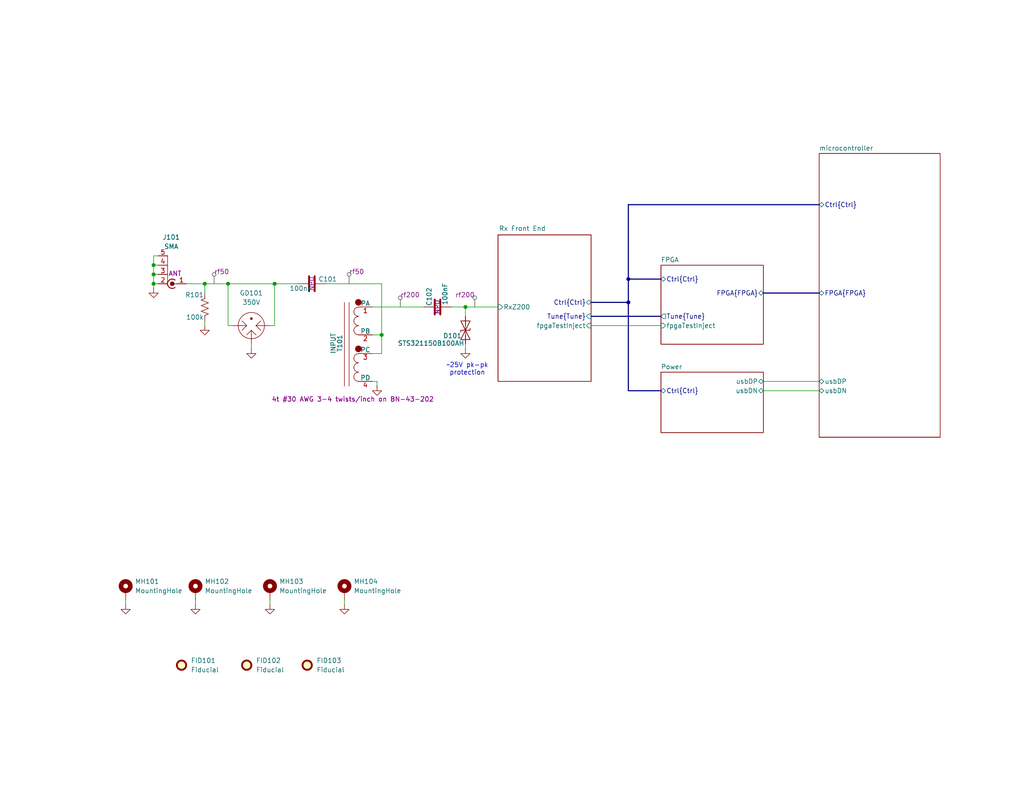
<source format=kicad_sch>
(kicad_sch (version 20250114) (generator "eeschema") (generator_version "9.0")
  (paper "USLetter")
  (title_block (title "NexRig") (date "2025-10-13") (company "WB7NAB") (comment 1 "Alan Mimms"))
  (lib_symbols
    (symbol "Device:C" (pin_numbers (hide yes)) (pin_names (offset 0.254))
      (property "Reference" "C" (at 0.635 2.54 0))
      (property "Value" "C" (at 0.635 -2.54 0))
      (symbol "C_0_1"
        (polyline (pts (xy -2.032 0.762) (xy 2.032 0.762)) (stroke (width 0.508)))
        (polyline (pts (xy -2.032 -0.762) (xy 2.032 -0.762)) (stroke (width 0.508)))
      )
      (symbol "C_1_1"
        (pin passive line (at 0 3.81 270) (length 2.794) (name "~") (number "1"))
        (pin passive line (at 0 -3.81 90) (length 2.794) (name "~") (number "2"))
      )
    )
    (symbol "Device:GDT_3Pin" (pin_numbers (hide yes))
      (property "Reference" "GD" (at 5.08 0 90))
      (property "Value" "GDT_3Pin" (at 7.62 0 90))
      (symbol "GDT_3Pin_0_1"
        (polyline (pts (xy -2.54 1.27) (xy -1.27 0) (xy -2.54 -1.27)))
        (polyline (pts (xy -2.54 0) (xy -1.27 0)))
        (polyline (pts (xy 0 2.54) (xy 0 1.27)))
        (polyline (pts (xy 0 1.27) (xy -1.27 2.54)))
        (polyline (pts (xy 0 1.27) (xy 1.27 2.54)))
        (circle (center 0 0) (radius 3.5814))
        (polyline (pts (xy 0 -1.27) (xy -1.27 -2.54)))
        (polyline (pts (xy 0 -1.27) (xy 1.27 -2.54)))
        (polyline (pts (xy 0 -2.54) (xy 0 -1.27)))
        (circle (center 1.905 0) (radius 0.127))
        (circle (center 1.905 0) (radius 0.127))
        (circle (center 1.905 0) (radius 0.2794))
        (circle (center 2.032 0) (radius 0.127))
      )
      (symbol "GDT_3Pin_1_1"
        (pin passive line (at -5.08 0 0) (length 2.54) (name "~") (number "2"))
        (pin passive line (at 0 5.08 270) (length 2.54) (name "~") (number "3"))
        (pin passive line (at 0 -5.08 90) (length 2.54) (name "~") (number "1"))
      )
    )
    (symbol "Device:R_US" (pin_numbers (hide yes)) (pin_names (offset 0))
      (property "Reference" "R" (at 2.54 0 90))
      (property "Value" "R_US" (at -2.54 0 90))
      (symbol "R_US_0_1"
        (polyline (pts (xy 0 2.286) (xy 0 2.54)))
        (polyline (pts (xy 0 2.286) (xy 1.016 1.905) (xy 0 1.524) (xy -1.016 1.143) (xy 0 0.762)))
        (polyline (pts (xy 0 0.762) (xy 1.016 0.381) (xy 0 0) (xy -1.016 -0.381) (xy 0 -0.762)))
        (polyline (pts (xy 0 -0.762) (xy 1.016 -1.143) (xy 0 -1.524) (xy -1.016 -1.905) (xy 0 -2.286)))
        (polyline (pts (xy 0 -2.286) (xy 0 -2.54)))
      )
      (symbol "R_US_1_1"
        (pin passive line (at 0 3.81 270) (length 1.27) (name "~") (number "1"))
        (pin passive line (at 0 -3.81 90) (length 1.27) (name "~") (number "2"))
      )
    )
    (symbol "Diode:ESD131-B1-W0201" (pin_numbers (hide yes)) (pin_names (offset 1.016) (hide yes))
      (property "Reference" "D" (at 0 2.54 0))
      (property "Value" "ESD131-B1-W0201" (at 0 -2.54 0))
      (symbol "ESD131-B1-W0201_0_1"
        (polyline (pts (xy -2.54 -1.27) (xy 0 0) (xy -2.54 1.27) (xy -2.54 -1.27)) (stroke (width 0.2032)))
        (polyline (pts (xy 0.508 1.27) (xy 0 1.27) (xy 0 -1.27) (xy -0.508 -1.27)) (stroke (width 0.2032)))
        (polyline (pts (xy 1.27 0) (xy -1.27 0)))
        (polyline (pts (xy 2.54 1.27) (xy 2.54 -1.27) (xy 0 0) (xy 2.54 1.27)) (stroke (width 0.2032)))
      )
      (symbol "ESD131-B1-W0201_1_1"
        (pin passive line (at -3.81 0 0) (length 2.54) (name "A1") (number "1"))
        (pin passive line (at 3.81 0 180) (length 2.54) (name "A2") (number "2"))
      )
    )
    (symbol "Library:Ruthroff-2P" (pin_names (offset 0))
      (property "Reference" "T" (at 0 2.794 0))
      (symbol "Ruthroff-2P_0_1"
        (arc (start -2.5568 -2.5816) (mid -1.6626 -2.9501) (end -1.3122 -3.8516))
        (arc (start -1.2955 -3.8099) (mid -1.66 -4.69) (end -2.5401 -5.0545))
        (arc (start -2.5568 -5.1216) (mid -1.6626 -5.4901) (end -1.3122 -6.3916))
        (arc (start -1.2955 -6.3499) (mid -1.66 -7.23) (end -2.5401 -7.5945))
        (arc (start -2.5568 -7.6616) (mid -1.6626 -8.0301) (end -1.3122 -8.9316))
        (arc (start -1.2955 -8.8899) (mid -1.66 -9.77) (end -2.5401 -10.1345))
        (arc (start -2.5568 -15.2816) (mid -1.6626 -15.6501) (end -1.3122 -16.5516))
        (arc (start -1.2955 -16.5099) (mid -1.66 -17.39) (end -2.5401 -17.7545))
        (arc (start -2.5568 -17.8216) (mid -1.6626 -18.1901) (end -1.3122 -19.0916))
        (arc (start -1.2955 -19.0499) (mid -1.66 -19.93) (end -2.5401 -20.2945))
        (arc (start -2.5568 -20.3616) (mid -1.6626 -20.7301) (end -1.3122 -21.6316))
        (arc (start -1.2955 -21.5899) (mid -1.66 -22.47) (end -2.5401 -22.8345))
        (polyline (pts (xy 0 -1.27) (xy 0 -24.13)))
        (polyline (pts (xy 1.27 -24.13) (xy 1.27 -1.27)))
      )
      (symbol "Ruthroff-2P_1_1"
        (circle (center -2.54 -1.27) (radius 0.898) (stroke (width -0.0001)) (fill (type outline)))
        (circle (center -2.54 -13.97) (radius 0.898) (stroke (width -0.0001)) (fill (type outline)))
        (pin passive line (at -6.35 -2.54 0) (length 3.81) (name "PA") (number "1"))
        (pin passive line (at -6.35 -10.16 0) (length 3.81) (name "PB") (number "2"))
        (pin passive line (at -6.35 -15.24 0) (length 3.81) (name "PC") (number "3"))
        (pin passive line (at -6.35 -22.86 0) (length 3.81) (name "PD") (number "4"))
      )
    )
    (symbol "Library:SMA" (pin_names (offset 1.016) (hide yes))
      (property "Reference" "J" (at -5.08 -1.27 90))
      (property "Value" "SMA" (at -3.175 -1.27 90))
      (symbol "SMA_0_1"
        (arc (start 1.016 -0.508) (mid 1.2048 -0.8684) (end 1.27 -1.27) (stroke (width 0.254)))
        (polyline (pts (xy 0 0) (xy 0 -1.27)))
        (arc (start 1.27 -1.27) (mid 0 -2.5345) (end -1.27 -1.27) (stroke (width 0.254)))
        (arc (start -1.27 -1.27) (mid -1.2048 -0.8684) (end -1.016 -0.508) (stroke (width 0.254)))
        (circle (center 0 -1.27) (radius 0.508) (stroke (width 0.2032)) (fill (type outline)))
        (polyline (pts (xy 0 -2.54) (xy 0 -3.048)))
        (polyline (pts (xy 0 -2.54) (xy 7.62 -2.54)))
      )
      (symbol "SMA_1_1"
        (pin passive line (at 0 2.54 270) (length 2.54) (name "In") (number "1"))
        (pin passive line (at 0 -5.08 90) (length 2.54) (name "Ext") (number "2"))
        (pin passive line (at 2.54 -5.08 90) (length 2.54) (name "Ext") (number "3"))
        (pin passive line (at 5.08 -5.08 90) (length 2.54) (name "Ext") (number "4"))
        (pin passive line (at 7.62 -5.08 90) (length 2.54) (name "Ext") (number "5"))
      )
    )
    (symbol "Mechanical:Fiducial" (in_bom no)
      (property "Reference" "FID" (at 0 5.08 0))
      (property "Value" "Fiducial" (at 0 3.175 0))
      (symbol "Fiducial_0_1"
        (circle (center 0 0) (radius 1.27) (stroke (width 0.508)) (fill (type background)))
      )
    )
    (symbol "Mechanical:MountingHole_Pad" (pin_numbers (hide yes)) (pin_names (offset 1.016) (hide yes)) (in_bom no)
      (property "Reference" "H" (at 0 6.35 0))
      (property "Value" "MountingHole_Pad" (at 0 4.445 0))
      (symbol "MountingHole_Pad_0_1"
        (circle (center 0 1.27) (radius 1.27) (stroke (width 1.27)))
      )
      (symbol "MountingHole_Pad_1_1"
        (pin input line (at 0 -2.54 90) (length 2.54) (name "1") (number "1"))
      )
    )
    (symbol "power:GND" (power) (pin_numbers (hide yes)) (pin_names (offset 0) (hide yes))
      (property "Value" "GND" (at 0 -3.81 0))
      (symbol "GND_0_1"
        (polyline (pts (xy 0 0) (xy 0 -1.27) (xy 1.27 -1.27) (xy 0 -2.54) (xy -1.27 -1.27) (xy 0 -1.27)))
      )
      (symbol "GND_1_1"
        (pin power_in line (at 0 0 270) (length 0) (name "~") (number "1"))
      )
    )
  )
  (bus_alias "Ctrl" (members "audioReset" "qsdBCLK" "qsdMCLK" "qsdWCLK" "qsdData" "qsdNSS" "qsdSCK" "qsdMOSI" "qsdPh0a" "qsdPh0b" "qsdPh0c" "qsdPh0d" "qsdPh1a" "qsdPh1b" "qsdPh1c" "qsdPh1d" "qsdPh2a" "qsdPh2b" "qsdPh2c" "qsdPh2d" "enable6V" "enable3VA" "enable5VA" "enable3V3" "audioSCL" "audioSDA" "enableFPGAVCORE" "usbCC1adc" "usbCC2adc" "tuneNSS" "tuneSCK" "tuneMOSI" "tuneMISO"))
  (text "~25V pk-pk\nprotection" (at 127.508 100.838 0) (effects (font (size 1.27 1.27))))
  (junction (at 41.91 72.39))
  (junction (at 171.45 82.55))
  (junction (at 74.93 77.47))
  (junction (at 104.14 91.44))
  (junction (at 55.88 77.47))
  (junction (at 127 83.82))
  (junction (at 62.23 77.47))
  (junction (at 171.45 76.2))
  (junction (at 41.91 77.47))
  (junction (at 41.91 74.93))
  (wire (pts (xy 127 83.82) (xy 135.89 83.82)))
  (wire (pts (xy 41.91 77.47) (xy 41.91 78.74)))
  (wire (pts (xy 74.93 77.47) (xy 81.28 77.47)))
  (bus (pts (xy 161.29 86.36) (xy 180.34 86.36)))
  (bus (pts (xy 171.45 82.55) (xy 171.45 106.68)))
  (wire (pts (xy 208.28 106.68) (xy 223.52 106.68)))
  (wire (pts (xy 55.88 87.63) (xy 55.88 88.9)))
  (wire (pts (xy 102.87 105.41) (xy 102.87 104.14)))
  (wire (pts (xy 74.93 88.9) (xy 74.93 77.47)))
  (wire (pts (xy 62.23 77.47) (xy 55.88 77.47)))
  (wire (pts (xy 104.14 96.52) (xy 104.14 91.44)))
  (wire (pts (xy 74.93 77.47) (xy 62.23 77.47)))
  (wire (pts (xy 73.66 163.83) (xy 73.66 165.1)))
  (wire (pts (xy 41.91 74.93) (xy 41.91 77.47)))
  (bus (pts (xy 171.45 76.2) (xy 180.34 76.2)))
  (wire (pts (xy 43.18 74.93) (xy 41.91 74.93)))
  (wire (pts (xy 62.23 88.9) (xy 63.5 88.9)))
  (bus (pts (xy 208.28 80.01) (xy 223.52 80.01)))
  (wire (pts (xy 208.28 104.14) (xy 223.52 104.14)))
  (bus (pts (xy 171.45 55.88) (xy 171.45 76.2)))
  (wire (pts (xy 43.18 72.39) (xy 41.91 72.39)))
  (wire (pts (xy 43.18 77.47) (xy 41.91 77.47)))
  (wire (pts (xy 41.91 69.85) (xy 41.91 72.39)))
  (wire (pts (xy 161.29 88.9) (xy 180.34 88.9)))
  (wire (pts (xy 101.6 83.82) (xy 115.57 83.82)))
  (wire (pts (xy 93.98 163.83) (xy 93.98 165.1)))
  (wire (pts (xy 53.34 163.83) (xy 53.34 165.1)))
  (wire (pts (xy 55.88 77.47) (xy 50.8 77.47)))
  (wire (pts (xy 101.6 96.52) (xy 104.14 96.52)))
  (bus (pts (xy 180.34 106.68) (xy 171.45 106.68)))
  (wire (pts (xy 104.14 91.44) (xy 101.6 91.44)))
  (wire (pts (xy 123.19 83.82) (xy 127 83.82)))
  (wire (pts (xy 88.9 77.47) (xy 104.14 77.47)))
  (bus (pts (xy 171.45 55.88) (xy 223.52 55.88)))
  (wire (pts (xy 74.93 88.9) (xy 73.66 88.9)))
  (wire (pts (xy 55.88 77.47) (xy 55.88 80.01)))
  (wire (pts (xy 68.58 93.98) (xy 68.58 95.25)))
  (wire (pts (xy 104.14 77.47) (xy 104.14 91.44)))
  (wire (pts (xy 127 93.98) (xy 127 95.25)))
  (bus (pts (xy 161.29 82.55) (xy 171.45 82.55)))
  (bus (pts (xy 171.45 76.2) (xy 171.45 82.55)))
  (wire (pts (xy 34.29 163.83) (xy 34.29 165.1)))
  (wire (pts (xy 127 83.82) (xy 127 86.36)))
  (wire (pts (xy 41.91 72.39) (xy 41.91 74.93)))
  (wire (pts (xy 101.6 104.14) (xy 102.87 104.14)))
  (wire (pts (xy 43.18 69.85) (xy 41.91 69.85)))
  (wire (pts (xy 62.23 88.9) (xy 62.23 77.47)))
  (netclass_flag "" (length 2.54) (shape round) (at 109.22 83.82 0) (property "Netclass" "rf200" (at 109.22 80.518 0) (effects (justify left))))
  (netclass_flag "" (length 2.54) (shape round) (at 129.54 83.82 0) (property "Netclass" "rf200" (at 129.54 80.518 0) (effects (justify right))))
  (netclass_flag "" (length 2.54) (shape round) (at 58.42 77.47 0) (property "Netclass" "rf50" (at 58.42 74.168 0) (effects (justify left))))
  (netclass_flag "" (length 2.54) (shape round) (at 95.25 77.47 0) (property "Netclass" "rf50" (at 95.25 74.168 0) (effects (justify left))))
  (symbol (lib_id "Mechanical:Fiducial") (at 67.31 181.61 0) (unit 1) (in_bom no)
    (property "Reference" "FID102" (at 69.85 180.3399 0) (effects (justify left)))
    (property "Value" "Fiducial" (at 69.85 182.8799 0) (effects (justify left)))
    (property "Footprint" "Fiducial:Fiducial_0.5mm_Mask2mm" (effects (hide yes)))
    (property "Description" "Fiducial Marker" (effects (hide yes)))
  )
  (symbol (lib_id "Mechanical:Fiducial") (at 83.82 181.61 0) (unit 1) (in_bom no)
    (property "Reference" "FID103" (at 86.36 180.3399 0) (effects (justify left)))
    (property "Value" "Fiducial" (at 86.36 182.8799 0) (effects (justify left)))
    (property "Footprint" "Fiducial:Fiducial_0.5mm_Mask2mm" (effects (hide yes)))
    (property "Description" "Fiducial Marker" (effects (hide yes)))
  )
  (symbol (lib_id "Mechanical:Fiducial") (at 49.53 181.61 0) (unit 1) (in_bom no)
    (property "Reference" "FID101" (at 52.07 180.3399 0) (effects (justify left)))
    (property "Value" "Fiducial" (at 52.07 182.8799 0) (effects (justify left)))
    (property "Footprint" "Fiducial:Fiducial_0.5mm_Mask2mm" (effects (hide yes)))
    (property "Description" "Fiducial Marker" (effects (hide yes)))
  )
  (symbol (lib_id "Mechanical:MountingHole_Pad") (at 34.29 161.29 0) (unit 1) (in_bom no)
    (property "Reference" "MH101" (at 36.83 158.7499 0) (effects (justify left)))
    (property "Value" "MountingHole" (at 36.83 161.2899 0) (effects (justify left)))
    (property "Footprint" "MountingHole:MountingHole_3.2mm_M3_ISO7380_Pad" (effects (hide yes)))
    (property "Description" "Mounting Hole with connection" (effects (hide yes)))
  )
  (symbol (lib_id "Library:Ruthroff-2P") (at 95.25 81.28 0) (mirror y) (unit 1)
    (property "Reference" "T101" (at 92.71 93.726 90))
    (property "Value" "INPUT" (at 90.932 93.726 90))
    (property "Footprint" "Library:Transformer-unun-BN-43-202" (effects (hide yes)))
    (property "Datasheet" "Ruthroff 200:50 ohm" (effects (hide yes)))
    (property "Description" "4t #30 AWG 3-4 twists/inch on BN-43-202" (at 96.266 108.966 0))
    (property "Winding" "4t #30 AWG 3-4 twists/inch on BN-43-202" (effects (hide yes)))
    (property "Core" "Amidon BN-43-202" (effects (hide yes)))
  )
  (symbol (lib_id "Device:GDT_3Pin") (at 68.58 88.9 90) (unit 1)
    (property "Reference" "GD101" (at 68.58 80.01 90))
    (property "Value" "350V" (at 68.58 82.55 90))
    (property "Footprint" "Library:GDT3535S1RP" (effects (hide yes)))
    (property "Description" "Gas Discharge Tube with 3 Pins" (effects (hide yes)))
    (property "Manufacturer_Name" "Bourns" (effects (hide yes)))
    (property "Manufacturer_Part_Number" "GDT35-35-S1-RP" (effects (hide yes)))
    (property "Mouser Part Number" "652-GDT35-35-S1-RP" (effects (hide yes)))
  )
  (symbol (lib_id "Device:C") (at 85.09 77.47 270) (unit 1)
    (property "Reference" "C101" (at 86.868 76.2 90) (effects (justify left)))
    (property "Value" "100nF" (at 78.994 78.74 90) (effects (justify left)))
    (property "Footprint" "Capacitor_SMD:C_1206_3216Metric" (effects (hide yes)))
    (property "Description" "Unpolarized capacitor" (effects (hide yes)))
    (property "cap-type" "NP0" (at 85.09 77.47 0))
    (property "working-voltage" "100V" (effects (hide yes)))
    (property "Manufacturer_Name" "Murata" (effects (hide yes)))
    (property "Manufacturer_Part_Number" "GRM3195C2A104JA01D" (effects (hide yes)))
    (property "Mouser Part Number" "81-GRM31C5C2A104JA1L " (effects (hide yes)))
  )
  (symbol (lib_id "power:GND") (at 73.66 165.1 0) (unit 1)
    (property "Reference" "#PWR0106" (effects (hide yes)))
    (property "Value" "GND" (effects (hide yes)))
    (property "Description" "Power symbol creates a global label with name \"GND\" , ground" (effects (hide yes)))
  )
  (symbol (lib_id "Library:SMA") (at 48.26 77.47 270) (mirror x) (unit 1)
    (property "Reference" "J101" (at 46.736 64.77 90))
    (property "Value" "SMA" (at 46.736 67.31 90))
    (property "Footprint" "Library:RFPCSMA27F" (effects (hide yes)))
    (property "Description" "coaxial connector (BNC, SMA, SMB, SMC, Cinch/RCA, LEMO, ...)" (effects (hide yes)))
    (property "label" "ANT" (at 47.752 74.676 90))
  )
  (symbol (lib_id "power:GND") (at 41.91 78.74 0) (mirror y) (unit 1)
    (property "Reference" "#PWR0102" (effects (hide yes)))
    (property "Value" "GND" (effects (hide yes)))
    (property "Description" "Power symbol creates a global label with name \"GND\" , ground" (effects (hide yes)))
  )
  (symbol (lib_id "power:GND") (at 102.87 105.41 0) (mirror y) (unit 1)
    (property "Reference" "#PWR0108" (effects (hide yes)))
    (property "Value" "GND" (effects (hide yes)))
    (property "Description" "Power symbol creates a global label with name \"GND\" , ground" (effects (hide yes)))
  )
  (symbol (lib_id "power:GND") (at 53.34 165.1 0) (unit 1)
    (property "Reference" "#PWR0103" (effects (hide yes)))
    (property "Value" "GND" (effects (hide yes)))
    (property "Description" "Power symbol creates a global label with name \"GND\" , ground" (effects (hide yes)))
  )
  (symbol (lib_id "power:GND") (at 93.98 165.1 0) (unit 1)
    (property "Reference" "#PWR0107" (effects (hide yes)))
    (property "Value" "GND" (effects (hide yes)))
    (property "Description" "Power symbol creates a global label with name \"GND\" , ground" (effects (hide yes)))
  )
  (symbol (lib_id "Mechanical:MountingHole_Pad") (at 53.34 161.29 0) (unit 1) (in_bom no)
    (property "Reference" "MH102" (at 55.88 158.7499 0) (effects (justify left)))
    (property "Value" "MountingHole" (at 55.88 161.2899 0) (effects (justify left)))
    (property "Footprint" "MountingHole:MountingHole_3.2mm_M3_ISO7380_Pad" (effects (hide yes)))
    (property "Description" "Mounting Hole with connection" (effects (hide yes)))
  )
  (symbol (lib_id "Device:R_US") (at 55.88 83.82 0) (mirror y) (unit 1)
    (property "Reference" "R101" (at 55.626 80.518 0) (effects (justify left)))
    (property "Value" "100k" (at 55.626 86.614 0) (effects (justify left)))
    (property "Footprint" "Resistor_SMD:R_0603_1608Metric" (effects (hide yes)))
    (property "Description" "Resistor, US symbol" (effects (hide yes)))
    (property "NOTE" "Needs at least 0.5W rating carbon composition or high voltage thick film. NOT wire wound." (effects (hide yes)))
    (property "Manufacturer_Name" "Panasonic" (effects (hide yes)))
    (property "Manufacturer_Part_Number" "ERJ-P08J104V" (effects (hide yes)))
    (property "Mouser Part Number" "667-ERJ-P08J104V" (effects (hide yes)))
  )
  (symbol (lib_id "Mechanical:MountingHole_Pad") (at 73.66 161.29 0) (unit 1) (in_bom no)
    (property "Reference" "MH103" (at 76.2 158.7499 0) (effects (justify left)))
    (property "Value" "MountingHole" (at 76.2 161.2899 0) (effects (justify left)))
    (property "Footprint" "MountingHole:MountingHole_3.2mm_M3_ISO7380_Pad" (effects (hide yes)))
    (property "Description" "Mounting Hole with connection" (effects (hide yes)))
  )
  (symbol (lib_id "power:GND") (at 127 95.25 0) (mirror y) (unit 1)
    (property "Reference" "#PWR0109" (effects (hide yes)))
    (property "Value" "GND" (effects (hide yes)))
    (property "Description" "Power symbol creates a global label with name \"GND\" , ground" (effects (hide yes)))
  )
  (symbol (lib_id "power:GND") (at 34.29 165.1 0) (unit 1)
    (property "Reference" "#PWR0101" (effects (hide yes)))
    (property "Value" "GND" (effects (hide yes)))
    (property "Description" "Power symbol creates a global label with name \"GND\" , ground" (effects (hide yes)))
  )
  (symbol (lib_id "Mechanical:MountingHole_Pad") (at 93.98 161.29 0) (unit 1) (in_bom no)
    (property "Reference" "MH104" (at 96.52 158.7499 0) (effects (justify left)))
    (property "Value" "MountingHole" (at 96.52 161.2899 0) (effects (justify left)))
    (property "Footprint" "MountingHole:MountingHole_3.2mm_M3_ISO7380_Pad" (effects (hide yes)))
    (property "Description" "Mounting Hole with connection" (effects (hide yes)))
  )
  (symbol (lib_id "Diode:ESD131-B1-W0201") (at 127 90.17 90) (mirror x) (unit 1)
    (property "Reference" "D101" (at 123.444 91.694 90))
    (property "Value" "STS321150B100AH" (at 117.602 93.726 90))
    (property "Footprint" "Diode_SMD:Infineon_SG-WLL-2-3_0.58x0.28_P0.36mm" (effects (hide yes)))
    (property "Datasheet" "https://www.infineon.com/dgdl/Infineon-ESD131-B1-W0201-DataSheet-v02_00-EN.pdf?fileId=5546d4625cc9456a015ce94850964889" (effects (hide yes)))
    (property "Description" "Bidirectional ESD protection diode, ±5.5Vrwm, 0.23pF, SG-WLL-2-3" (effects (hide yes)))
  )
  (symbol (lib_id "Device:C") (at 119.38 83.82 90) (unit 1)
    (property "Reference" "C102" (at 117.094 83.566 0) (effects (justify left)))
    (property "Value" "100nF" (at 121.412 83.312 0) (effects (justify left)))
    (property "Footprint" "Capacitor_SMD:C_1206_3216Metric" (effects (hide yes)))
    (property "Description" "Unpolarized capacitor" (effects (hide yes)))
    (property "cap-type" "NP0" (at 119.38 83.82 0))
    (property "working-voltage" "50V" (effects (hide yes)))
    (property "Manufacturer_Name" "Murata" (effects (hide yes)))
    (property "Manufacturer_Part_Number" "GRM31C5C2A104JA01L" (effects (hide yes)))
    (property "Mouser Part Number" "81-GRM31C5C2A104JA1L " (effects (hide yes)))
  )
  (symbol (lib_id "power:GND") (at 55.88 88.9 0) (mirror y) (unit 1)
    (property "Reference" "#PWR0104" (effects (hide yes)))
    (property "Value" "GND" (effects (hide yes)))
    (property "Description" "Power symbol creates a global label with name \"GND\" , ground" (effects (hide yes)))
  )
  (symbol (lib_id "power:GND") (at 68.58 95.25 0) (mirror y) (unit 1)
    (property "Reference" "#PWR0105" (effects (hide yes)))
    (property "Value" "GND" (effects (hide yes)))
    (property "Description" "Power symbol creates a global label with name \"GND\" , ground" (effects (hide yes)))
  )
  (sheet (at 135.89 64.135) (size 25.4 40.005) (stroke (width 0.1524))
    (property "Sheetname" "Rx Front End" (at 136.144 63.119 0) (effects (justify left bottom)))
    (property "Sheetfile" "rx-signal-chain.kicad_sch" (effects (hide yes)))
    (pin "RxZ200" input (at 135.89 83.82 180))
    (pin "Ctrl{Ctrl}" bidirectional (at 161.29 82.55 0))
    (pin "fpgaTestInject" input (at 161.29 88.9 0))
    (pin "Tune{Tune}" input (at 161.29 86.36 0))
  )
  (sheet (at 180.34 72.39) (size 27.94 21.59) (stroke (width 0.1524))
    (property "Sheetname" "FPGA" (at 180.34 71.6784 0) (effects (justify left bottom)))
    (property "Sheetfile" "fpga.kicad_sch" (effects (hide yes)))
    (pin "Ctrl{Ctrl}" bidirectional (at 180.34 76.2 180))
    (pin "FPGA{FPGA}" bidirectional (at 208.28 80.01 0))
    (pin "fpgaTestInject" input (at 180.34 88.9 180))
    (pin "Tune{Tune}" output (at 180.34 86.36 180))
  )
  (sheet (at 223.52 41.91) (size 33.02 77.47) (stroke (width 0.1524))
    (property "Sheetname" "microcontroller" (at 223.52 41.1984 0) (effects (justify left bottom)))
    (property "Sheetfile" "microcontroller.kicad_sch" (effects (hide yes)))
    (pin "Ctrl{Ctrl}" bidirectional (at 223.52 55.88 180))
    (pin "FPGA{FPGA}" bidirectional (at 223.52 80.01 180))
    (pin "usbDN" bidirectional (at 223.52 106.68 180))
    (pin "usbDP" bidirectional (at 223.52 104.14 180))
  )
  (sheet (at 180.34 101.6) (size 27.94 16.51) (stroke (width 0.1524))
    (property "Sheetname" "Power" (at 180.34 100.8884 0) (effects (justify left bottom)))
    (property "Sheetfile" "power.kicad_sch" (effects (hide yes)))
    (pin "Ctrl{Ctrl}" bidirectional (at 180.34 106.68 180))
    (pin "usbDN" bidirectional (at 208.28 106.68 0))
    (pin "usbDP" bidirectional (at 208.28 104.14 0))
  )
)
</source>
